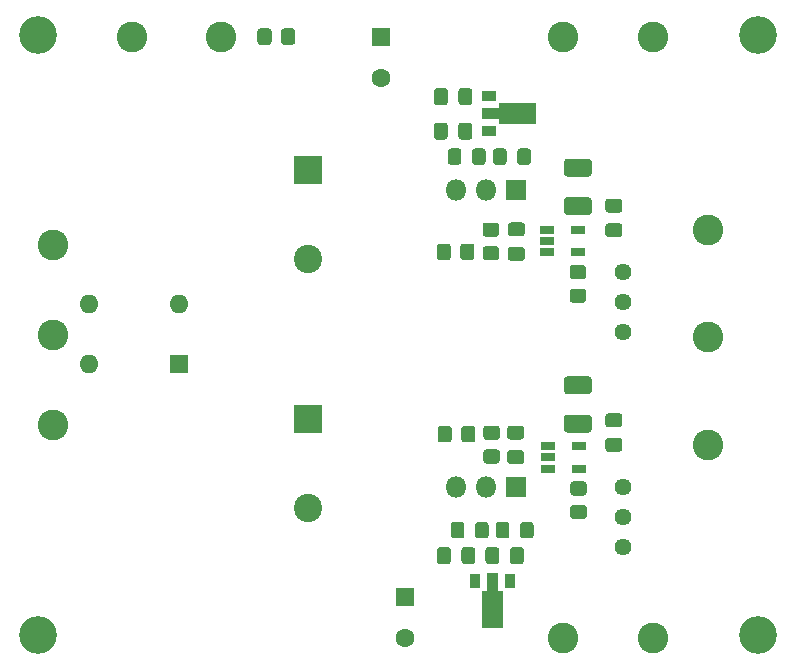
<source format=gbr>
G04 #@! TF.GenerationSoftware,KiCad,Pcbnew,(5.1.8-0-10_14)*
G04 #@! TF.CreationDate,2020-11-13T17:03:07+01:00*
G04 #@! TF.ProjectId,lv-lownoise-psu,6c762d6c-6f77-46e6-9f69-73652d707375,rev?*
G04 #@! TF.SameCoordinates,Original*
G04 #@! TF.FileFunction,Soldermask,Top*
G04 #@! TF.FilePolarity,Negative*
%FSLAX46Y46*%
G04 Gerber Fmt 4.6, Leading zero omitted, Abs format (unit mm)*
G04 Created by KiCad (PCBNEW (5.1.8-0-10_14)) date 2020-11-13 17:03:07*
%MOMM*%
%LPD*%
G01*
G04 APERTURE LIST*
%ADD10C,1.600000*%
%ADD11R,1.600000X1.600000*%
%ADD12C,2.400000*%
%ADD13R,2.400000X2.400000*%
%ADD14O,1.600000X1.600000*%
%ADD15R,0.900000X1.300000*%
%ADD16C,0.100000*%
%ADD17R,1.300000X0.900000*%
%ADD18C,2.600000*%
%ADD19O,1.800000X1.800000*%
%ADD20R,1.800000X1.800000*%
%ADD21R,1.220000X0.650000*%
%ADD22C,1.440000*%
%ADD23C,3.200000*%
G04 APERTURE END LIST*
D10*
X116205000Y-87884000D03*
D11*
X116205000Y-84384000D03*
D10*
X114173000Y-40457000D03*
D11*
X114173000Y-36957000D03*
D12*
X107950000Y-76835000D03*
D13*
X107950000Y-69335000D03*
D12*
X107950000Y-55760000D03*
D13*
X107950000Y-48260000D03*
D11*
X97028000Y-64643000D03*
D14*
X89408000Y-59563000D03*
X97028000Y-59563000D03*
X89408000Y-64643000D03*
G36*
G01*
X125017000Y-78289999D02*
X125017000Y-79190001D01*
G75*
G02*
X124767001Y-79440000I-249999J0D01*
G01*
X124116999Y-79440000D01*
G75*
G02*
X123867000Y-79190001I0J249999D01*
G01*
X123867000Y-78289999D01*
G75*
G02*
X124116999Y-78040000I249999J0D01*
G01*
X124767001Y-78040000D01*
G75*
G02*
X125017000Y-78289999I0J-249999D01*
G01*
G37*
G36*
G01*
X127067000Y-78289999D02*
X127067000Y-79190001D01*
G75*
G02*
X126817001Y-79440000I-249999J0D01*
G01*
X126166999Y-79440000D01*
G75*
G02*
X125917000Y-79190001I0J249999D01*
G01*
X125917000Y-78289999D01*
G75*
G02*
X126166999Y-78040000I249999J0D01*
G01*
X126817001Y-78040000D01*
G75*
G02*
X127067000Y-78289999I0J-249999D01*
G01*
G37*
G36*
G01*
X122107000Y-79190001D02*
X122107000Y-78289999D01*
G75*
G02*
X122356999Y-78040000I249999J0D01*
G01*
X123007001Y-78040000D01*
G75*
G02*
X123257000Y-78289999I0J-249999D01*
G01*
X123257000Y-79190001D01*
G75*
G02*
X123007001Y-79440000I-249999J0D01*
G01*
X122356999Y-79440000D01*
G75*
G02*
X122107000Y-79190001I0J249999D01*
G01*
G37*
G36*
G01*
X120057000Y-79190001D02*
X120057000Y-78289999D01*
G75*
G02*
X120306999Y-78040000I249999J0D01*
G01*
X120957001Y-78040000D01*
G75*
G02*
X121207000Y-78289999I0J-249999D01*
G01*
X121207000Y-79190001D01*
G75*
G02*
X120957001Y-79440000I-249999J0D01*
G01*
X120306999Y-79440000D01*
G75*
G02*
X120057000Y-79190001I0J249999D01*
G01*
G37*
G36*
G01*
X119797500Y-44483000D02*
X119797500Y-45433000D01*
G75*
G02*
X119547500Y-45683000I-250000J0D01*
G01*
X118872500Y-45683000D01*
G75*
G02*
X118622500Y-45433000I0J250000D01*
G01*
X118622500Y-44483000D01*
G75*
G02*
X118872500Y-44233000I250000J0D01*
G01*
X119547500Y-44233000D01*
G75*
G02*
X119797500Y-44483000I0J-250000D01*
G01*
G37*
G36*
G01*
X121872500Y-44483000D02*
X121872500Y-45433000D01*
G75*
G02*
X121622500Y-45683000I-250000J0D01*
G01*
X120947500Y-45683000D01*
G75*
G02*
X120697500Y-45433000I0J250000D01*
G01*
X120697500Y-44483000D01*
G75*
G02*
X120947500Y-44233000I250000J0D01*
G01*
X121622500Y-44233000D01*
G75*
G02*
X121872500Y-44483000I0J-250000D01*
G01*
G37*
G36*
G01*
X125681000Y-47567001D02*
X125681000Y-46666999D01*
G75*
G02*
X125930999Y-46417000I249999J0D01*
G01*
X126581001Y-46417000D01*
G75*
G02*
X126831000Y-46666999I0J-249999D01*
G01*
X126831000Y-47567001D01*
G75*
G02*
X126581001Y-47817000I-249999J0D01*
G01*
X125930999Y-47817000D01*
G75*
G02*
X125681000Y-47567001I0J249999D01*
G01*
G37*
G36*
G01*
X123631000Y-47567001D02*
X123631000Y-46666999D01*
G75*
G02*
X123880999Y-46417000I249999J0D01*
G01*
X124531001Y-46417000D01*
G75*
G02*
X124781000Y-46666999I0J-249999D01*
G01*
X124781000Y-47567001D01*
G75*
G02*
X124531001Y-47817000I-249999J0D01*
G01*
X123880999Y-47817000D01*
G75*
G02*
X123631000Y-47567001I0J249999D01*
G01*
G37*
G36*
G01*
X120953000Y-46666999D02*
X120953000Y-47567001D01*
G75*
G02*
X120703001Y-47817000I-249999J0D01*
G01*
X120052999Y-47817000D01*
G75*
G02*
X119803000Y-47567001I0J249999D01*
G01*
X119803000Y-46666999D01*
G75*
G02*
X120052999Y-46417000I249999J0D01*
G01*
X120703001Y-46417000D01*
G75*
G02*
X120953000Y-46666999I0J-249999D01*
G01*
G37*
G36*
G01*
X123003000Y-46666999D02*
X123003000Y-47567001D01*
G75*
G02*
X122753001Y-47817000I-249999J0D01*
G01*
X122102999Y-47817000D01*
G75*
G02*
X121853000Y-47567001I0J249999D01*
G01*
X121853000Y-46666999D01*
G75*
G02*
X122102999Y-46417000I249999J0D01*
G01*
X122753001Y-46417000D01*
G75*
G02*
X123003000Y-46666999I0J-249999D01*
G01*
G37*
D15*
X125071000Y-83059000D03*
X122071000Y-83059000D03*
D16*
G36*
X122704500Y-87009000D02*
G01*
X122704500Y-83884000D01*
X123121000Y-83884000D01*
X123121000Y-82409000D01*
X124021000Y-82409000D01*
X124021000Y-83884000D01*
X124437500Y-83884000D01*
X124437500Y-87009000D01*
X122704500Y-87009000D01*
G37*
G36*
X127267000Y-44324500D02*
G01*
X124142000Y-44324500D01*
X124142000Y-43908000D01*
X122667000Y-43908000D01*
X122667000Y-43008000D01*
X124142000Y-43008000D01*
X124142000Y-42591500D01*
X127267000Y-42591500D01*
X127267000Y-44324500D01*
G37*
D17*
X123317000Y-44958000D03*
X123317000Y-41958000D03*
G36*
G01*
X105683000Y-37407001D02*
X105683000Y-36506999D01*
G75*
G02*
X105932999Y-36257000I249999J0D01*
G01*
X106633001Y-36257000D01*
G75*
G02*
X106883000Y-36506999I0J-249999D01*
G01*
X106883000Y-37407001D01*
G75*
G02*
X106633001Y-37657000I-249999J0D01*
G01*
X105932999Y-37657000D01*
G75*
G02*
X105683000Y-37407001I0J249999D01*
G01*
G37*
G36*
G01*
X103683000Y-37407001D02*
X103683000Y-36506999D01*
G75*
G02*
X103932999Y-36257000I249999J0D01*
G01*
X104633001Y-36257000D01*
G75*
G02*
X104883000Y-36506999I0J-249999D01*
G01*
X104883000Y-37407001D01*
G75*
G02*
X104633001Y-37657000I-249999J0D01*
G01*
X103932999Y-37657000D01*
G75*
G02*
X103683000Y-37407001I0J249999D01*
G01*
G37*
D18*
X129540000Y-87884000D03*
X137160000Y-87884000D03*
X93091000Y-36957000D03*
X100584000Y-36957000D03*
G36*
G01*
X120951500Y-81374000D02*
X120951500Y-80424000D01*
G75*
G02*
X121201500Y-80174000I250000J0D01*
G01*
X121876500Y-80174000D01*
G75*
G02*
X122126500Y-80424000I0J-250000D01*
G01*
X122126500Y-81374000D01*
G75*
G02*
X121876500Y-81624000I-250000J0D01*
G01*
X121201500Y-81624000D01*
G75*
G02*
X120951500Y-81374000I0J250000D01*
G01*
G37*
G36*
G01*
X118876500Y-81374000D02*
X118876500Y-80424000D01*
G75*
G02*
X119126500Y-80174000I250000J0D01*
G01*
X119801500Y-80174000D01*
G75*
G02*
X120051500Y-80424000I0J-250000D01*
G01*
X120051500Y-81374000D01*
G75*
G02*
X119801500Y-81624000I-250000J0D01*
G01*
X119126500Y-81624000D01*
G75*
G02*
X118876500Y-81374000I0J250000D01*
G01*
G37*
G36*
G01*
X124158500Y-80424000D02*
X124158500Y-81374000D01*
G75*
G02*
X123908500Y-81624000I-250000J0D01*
G01*
X123233500Y-81624000D01*
G75*
G02*
X122983500Y-81374000I0J250000D01*
G01*
X122983500Y-80424000D01*
G75*
G02*
X123233500Y-80174000I250000J0D01*
G01*
X123908500Y-80174000D01*
G75*
G02*
X124158500Y-80424000I0J-250000D01*
G01*
G37*
G36*
G01*
X126233500Y-80424000D02*
X126233500Y-81374000D01*
G75*
G02*
X125983500Y-81624000I-250000J0D01*
G01*
X125308500Y-81624000D01*
G75*
G02*
X125058500Y-81374000I0J250000D01*
G01*
X125058500Y-80424000D01*
G75*
G02*
X125308500Y-80174000I250000J0D01*
G01*
X125983500Y-80174000D01*
G75*
G02*
X126233500Y-80424000I0J-250000D01*
G01*
G37*
X137160000Y-36957000D03*
X129540000Y-36957000D03*
G36*
G01*
X119797500Y-41562000D02*
X119797500Y-42512000D01*
G75*
G02*
X119547500Y-42762000I-250000J0D01*
G01*
X118872500Y-42762000D01*
G75*
G02*
X118622500Y-42512000I0J250000D01*
G01*
X118622500Y-41562000D01*
G75*
G02*
X118872500Y-41312000I250000J0D01*
G01*
X119547500Y-41312000D01*
G75*
G02*
X119797500Y-41562000I0J-250000D01*
G01*
G37*
G36*
G01*
X121872500Y-41562000D02*
X121872500Y-42512000D01*
G75*
G02*
X121622500Y-42762000I-250000J0D01*
G01*
X120947500Y-42762000D01*
G75*
G02*
X120697500Y-42512000I0J250000D01*
G01*
X120697500Y-41562000D01*
G75*
G02*
X120947500Y-41312000I250000J0D01*
G01*
X121622500Y-41312000D01*
G75*
G02*
X121872500Y-41562000I0J-250000D01*
G01*
G37*
G36*
G01*
X123057499Y-71901000D02*
X123957501Y-71901000D01*
G75*
G02*
X124207500Y-72150999I0J-249999D01*
G01*
X124207500Y-72851001D01*
G75*
G02*
X123957501Y-73101000I-249999J0D01*
G01*
X123057499Y-73101000D01*
G75*
G02*
X122807500Y-72851001I0J249999D01*
G01*
X122807500Y-72150999D01*
G75*
G02*
X123057499Y-71901000I249999J0D01*
G01*
G37*
G36*
G01*
X123057499Y-69901000D02*
X123957501Y-69901000D01*
G75*
G02*
X124207500Y-70150999I0J-249999D01*
G01*
X124207500Y-70851001D01*
G75*
G02*
X123957501Y-71101000I-249999J0D01*
G01*
X123057499Y-71101000D01*
G75*
G02*
X122807500Y-70851001I0J249999D01*
G01*
X122807500Y-70150999D01*
G75*
G02*
X123057499Y-69901000I249999J0D01*
G01*
G37*
G36*
G01*
X120939000Y-71062001D02*
X120939000Y-70161999D01*
G75*
G02*
X121188999Y-69912000I249999J0D01*
G01*
X121889001Y-69912000D01*
G75*
G02*
X122139000Y-70161999I0J-249999D01*
G01*
X122139000Y-71062001D01*
G75*
G02*
X121889001Y-71312000I-249999J0D01*
G01*
X121188999Y-71312000D01*
G75*
G02*
X120939000Y-71062001I0J249999D01*
G01*
G37*
G36*
G01*
X118939000Y-71062001D02*
X118939000Y-70161999D01*
G75*
G02*
X119188999Y-69912000I249999J0D01*
G01*
X119889001Y-69912000D01*
G75*
G02*
X120139000Y-70161999I0J-249999D01*
G01*
X120139000Y-71062001D01*
G75*
G02*
X119889001Y-71312000I-249999J0D01*
G01*
X119188999Y-71312000D01*
G75*
G02*
X118939000Y-71062001I0J249999D01*
G01*
G37*
G36*
G01*
X120059500Y-54731499D02*
X120059500Y-55631501D01*
G75*
G02*
X119809501Y-55881500I-249999J0D01*
G01*
X119109499Y-55881500D01*
G75*
G02*
X118859500Y-55631501I0J249999D01*
G01*
X118859500Y-54731499D01*
G75*
G02*
X119109499Y-54481500I249999J0D01*
G01*
X119809501Y-54481500D01*
G75*
G02*
X120059500Y-54731499I0J-249999D01*
G01*
G37*
G36*
G01*
X122059500Y-54731499D02*
X122059500Y-55631501D01*
G75*
G02*
X121809501Y-55881500I-249999J0D01*
G01*
X121109499Y-55881500D01*
G75*
G02*
X120859500Y-55631501I0J249999D01*
G01*
X120859500Y-54731499D01*
G75*
G02*
X121109499Y-54481500I249999J0D01*
G01*
X121809501Y-54481500D01*
G75*
G02*
X122059500Y-54731499I0J-249999D01*
G01*
G37*
G36*
G01*
X122993999Y-54692500D02*
X123894001Y-54692500D01*
G75*
G02*
X124144000Y-54942499I0J-249999D01*
G01*
X124144000Y-55642501D01*
G75*
G02*
X123894001Y-55892500I-249999J0D01*
G01*
X122993999Y-55892500D01*
G75*
G02*
X122744000Y-55642501I0J249999D01*
G01*
X122744000Y-54942499D01*
G75*
G02*
X122993999Y-54692500I249999J0D01*
G01*
G37*
G36*
G01*
X122993999Y-52692500D02*
X123894001Y-52692500D01*
G75*
G02*
X124144000Y-52942499I0J-249999D01*
G01*
X124144000Y-53642501D01*
G75*
G02*
X123894001Y-53892500I-249999J0D01*
G01*
X122993999Y-53892500D01*
G75*
G02*
X122744000Y-53642501I0J249999D01*
G01*
X122744000Y-52942499D01*
G75*
G02*
X122993999Y-52692500I249999J0D01*
G01*
G37*
D19*
X120459500Y-75120500D03*
X122999500Y-75120500D03*
D20*
X125539500Y-75120500D03*
D19*
X120523000Y-49974500D03*
X123063000Y-49974500D03*
D20*
X125603000Y-49974500D03*
D21*
X130890000Y-71628000D03*
X130890000Y-73528000D03*
X128270000Y-73528000D03*
X128270000Y-72578000D03*
X128270000Y-71628000D03*
X130791001Y-53302001D03*
X130791001Y-55202001D03*
X128171001Y-55202001D03*
X128171001Y-54252001D03*
X128171001Y-53302001D03*
D22*
X134670800Y-80137000D03*
X134670800Y-77597000D03*
X134670800Y-75057000D03*
X134620000Y-61976000D03*
X134620000Y-59436000D03*
X134620000Y-56896000D03*
G36*
G01*
X131310801Y-75809400D02*
X130410799Y-75809400D01*
G75*
G02*
X130160800Y-75559401I0J249999D01*
G01*
X130160800Y-74859399D01*
G75*
G02*
X130410799Y-74609400I249999J0D01*
G01*
X131310801Y-74609400D01*
G75*
G02*
X131560800Y-74859399I0J-249999D01*
G01*
X131560800Y-75559401D01*
G75*
G02*
X131310801Y-75809400I-249999J0D01*
G01*
G37*
G36*
G01*
X131310801Y-77809400D02*
X130410799Y-77809400D01*
G75*
G02*
X130160800Y-77559401I0J249999D01*
G01*
X130160800Y-76859399D01*
G75*
G02*
X130410799Y-76609400I249999J0D01*
G01*
X131310801Y-76609400D01*
G75*
G02*
X131560800Y-76859399I0J-249999D01*
G01*
X131560800Y-77559401D01*
G75*
G02*
X131310801Y-77809400I-249999J0D01*
G01*
G37*
G36*
G01*
X130359999Y-58296000D02*
X131260001Y-58296000D01*
G75*
G02*
X131510000Y-58545999I0J-249999D01*
G01*
X131510000Y-59246001D01*
G75*
G02*
X131260001Y-59496000I-249999J0D01*
G01*
X130359999Y-59496000D01*
G75*
G02*
X130110000Y-59246001I0J249999D01*
G01*
X130110000Y-58545999D01*
G75*
G02*
X130359999Y-58296000I249999J0D01*
G01*
G37*
G36*
G01*
X130359999Y-56296000D02*
X131260001Y-56296000D01*
G75*
G02*
X131510000Y-56545999I0J-249999D01*
G01*
X131510000Y-57246001D01*
G75*
G02*
X131260001Y-57496000I-249999J0D01*
G01*
X130359999Y-57496000D01*
G75*
G02*
X130110000Y-57246001I0J249999D01*
G01*
X130110000Y-56545999D01*
G75*
G02*
X130359999Y-56296000I249999J0D01*
G01*
G37*
D18*
X141859000Y-71501000D03*
X141859000Y-62357000D03*
X141859000Y-53340000D03*
X86360000Y-54610000D03*
X86360000Y-62230000D03*
X86360000Y-69850000D03*
D23*
X146050000Y-36830000D03*
X146050000Y-87630000D03*
X85090000Y-87630000D03*
X85090000Y-36830000D03*
G36*
G01*
X133383000Y-70935000D02*
X134333000Y-70935000D01*
G75*
G02*
X134583000Y-71185000I0J-250000D01*
G01*
X134583000Y-71860000D01*
G75*
G02*
X134333000Y-72110000I-250000J0D01*
G01*
X133383000Y-72110000D01*
G75*
G02*
X133133000Y-71860000I0J250000D01*
G01*
X133133000Y-71185000D01*
G75*
G02*
X133383000Y-70935000I250000J0D01*
G01*
G37*
G36*
G01*
X133383000Y-68860000D02*
X134333000Y-68860000D01*
G75*
G02*
X134583000Y-69110000I0J-250000D01*
G01*
X134583000Y-69785000D01*
G75*
G02*
X134333000Y-70035000I-250000J0D01*
G01*
X133383000Y-70035000D01*
G75*
G02*
X133133000Y-69785000I0J250000D01*
G01*
X133133000Y-69110000D01*
G75*
G02*
X133383000Y-68860000I250000J0D01*
G01*
G37*
G36*
G01*
X134333000Y-51852500D02*
X133383000Y-51852500D01*
G75*
G02*
X133133000Y-51602500I0J250000D01*
G01*
X133133000Y-50927500D01*
G75*
G02*
X133383000Y-50677500I250000J0D01*
G01*
X134333000Y-50677500D01*
G75*
G02*
X134583000Y-50927500I0J-250000D01*
G01*
X134583000Y-51602500D01*
G75*
G02*
X134333000Y-51852500I-250000J0D01*
G01*
G37*
G36*
G01*
X134333000Y-53927500D02*
X133383000Y-53927500D01*
G75*
G02*
X133133000Y-53677500I0J250000D01*
G01*
X133133000Y-53002500D01*
G75*
G02*
X133383000Y-52752500I250000J0D01*
G01*
X134333000Y-52752500D01*
G75*
G02*
X134583000Y-53002500I0J-250000D01*
G01*
X134583000Y-53677500D01*
G75*
G02*
X134333000Y-53927500I-250000J0D01*
G01*
G37*
G36*
G01*
X129885000Y-68973000D02*
X131735000Y-68973000D01*
G75*
G02*
X131985000Y-69223000I0J-250000D01*
G01*
X131985000Y-70223000D01*
G75*
G02*
X131735000Y-70473000I-250000J0D01*
G01*
X129885000Y-70473000D01*
G75*
G02*
X129635000Y-70223000I0J250000D01*
G01*
X129635000Y-69223000D01*
G75*
G02*
X129885000Y-68973000I250000J0D01*
G01*
G37*
G36*
G01*
X129885000Y-65723000D02*
X131735000Y-65723000D01*
G75*
G02*
X131985000Y-65973000I0J-250000D01*
G01*
X131985000Y-66973000D01*
G75*
G02*
X131735000Y-67223000I-250000J0D01*
G01*
X129885000Y-67223000D01*
G75*
G02*
X129635000Y-66973000I0J250000D01*
G01*
X129635000Y-65973000D01*
G75*
G02*
X129885000Y-65723000I250000J0D01*
G01*
G37*
G36*
G01*
X131735000Y-48808000D02*
X129885000Y-48808000D01*
G75*
G02*
X129635000Y-48558000I0J250000D01*
G01*
X129635000Y-47558000D01*
G75*
G02*
X129885000Y-47308000I250000J0D01*
G01*
X131735000Y-47308000D01*
G75*
G02*
X131985000Y-47558000I0J-250000D01*
G01*
X131985000Y-48558000D01*
G75*
G02*
X131735000Y-48808000I-250000J0D01*
G01*
G37*
G36*
G01*
X131735000Y-52058000D02*
X129885000Y-52058000D01*
G75*
G02*
X129635000Y-51808000I0J250000D01*
G01*
X129635000Y-50808000D01*
G75*
G02*
X129885000Y-50558000I250000J0D01*
G01*
X131735000Y-50558000D01*
G75*
G02*
X131985000Y-50808000I0J-250000D01*
G01*
X131985000Y-51808000D01*
G75*
G02*
X131735000Y-52058000I-250000J0D01*
G01*
G37*
G36*
G01*
X125064500Y-71972500D02*
X126014500Y-71972500D01*
G75*
G02*
X126264500Y-72222500I0J-250000D01*
G01*
X126264500Y-72897500D01*
G75*
G02*
X126014500Y-73147500I-250000J0D01*
G01*
X125064500Y-73147500D01*
G75*
G02*
X124814500Y-72897500I0J250000D01*
G01*
X124814500Y-72222500D01*
G75*
G02*
X125064500Y-71972500I250000J0D01*
G01*
G37*
G36*
G01*
X125064500Y-69897500D02*
X126014500Y-69897500D01*
G75*
G02*
X126264500Y-70147500I0J-250000D01*
G01*
X126264500Y-70822500D01*
G75*
G02*
X126014500Y-71072500I-250000J0D01*
G01*
X125064500Y-71072500D01*
G75*
G02*
X124814500Y-70822500I0J250000D01*
G01*
X124814500Y-70147500D01*
G75*
G02*
X125064500Y-69897500I250000J0D01*
G01*
G37*
G36*
G01*
X125128000Y-54764000D02*
X126078000Y-54764000D01*
G75*
G02*
X126328000Y-55014000I0J-250000D01*
G01*
X126328000Y-55689000D01*
G75*
G02*
X126078000Y-55939000I-250000J0D01*
G01*
X125128000Y-55939000D01*
G75*
G02*
X124878000Y-55689000I0J250000D01*
G01*
X124878000Y-55014000D01*
G75*
G02*
X125128000Y-54764000I250000J0D01*
G01*
G37*
G36*
G01*
X125128000Y-52689000D02*
X126078000Y-52689000D01*
G75*
G02*
X126328000Y-52939000I0J-250000D01*
G01*
X126328000Y-53614000D01*
G75*
G02*
X126078000Y-53864000I-250000J0D01*
G01*
X125128000Y-53864000D01*
G75*
G02*
X124878000Y-53614000I0J250000D01*
G01*
X124878000Y-52939000D01*
G75*
G02*
X125128000Y-52689000I250000J0D01*
G01*
G37*
M02*

</source>
